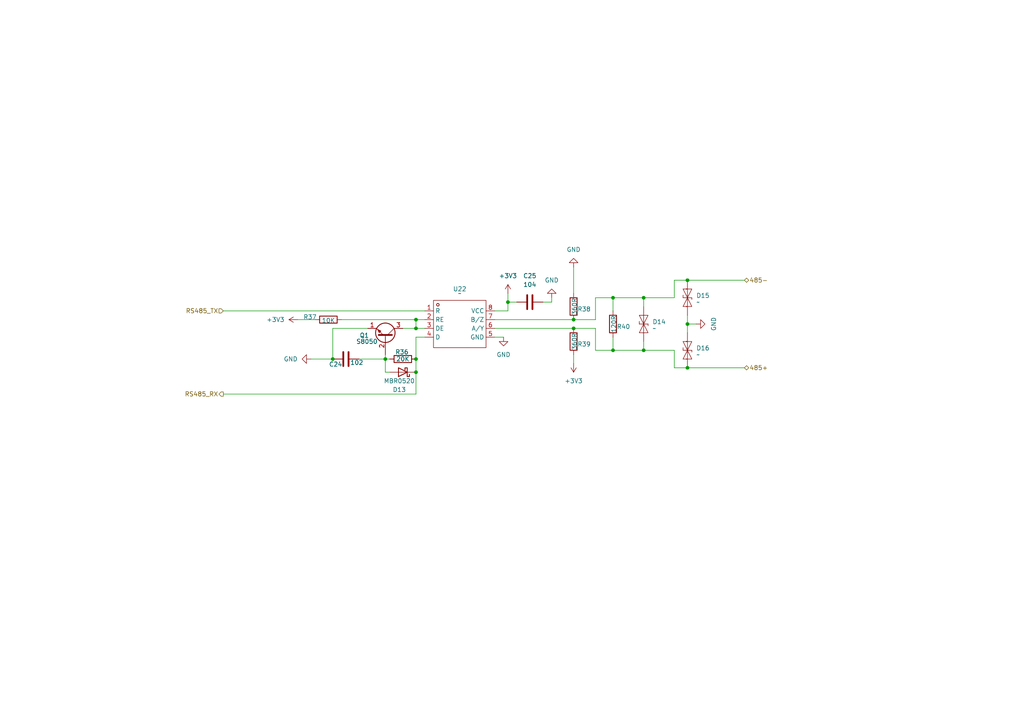
<source format=kicad_sch>
(kicad_sch
	(version 20231120)
	(generator "eeschema")
	(generator_version "8.0")
	(uuid "bf243531-7e92-44a9-b0ee-13d5c8efe3db")
	(paper "A4")
	(lib_symbols
		(symbol "Device:C"
			(pin_numbers hide)
			(pin_names
				(offset 0.254)
			)
			(exclude_from_sim no)
			(in_bom yes)
			(on_board yes)
			(property "Reference" "C"
				(at 0.635 2.54 0)
				(effects
					(font
						(size 1.27 1.27)
					)
					(justify left)
				)
			)
			(property "Value" "C"
				(at 0.635 -2.54 0)
				(effects
					(font
						(size 1.27 1.27)
					)
					(justify left)
				)
			)
			(property "Footprint" ""
				(at 0.9652 -3.81 0)
				(effects
					(font
						(size 1.27 1.27)
					)
					(hide yes)
				)
			)
			(property "Datasheet" "~"
				(at 0 0 0)
				(effects
					(font
						(size 1.27 1.27)
					)
					(hide yes)
				)
			)
			(property "Description" "Unpolarized capacitor"
				(at 0 0 0)
				(effects
					(font
						(size 1.27 1.27)
					)
					(hide yes)
				)
			)
			(property "ki_keywords" "cap capacitor"
				(at 0 0 0)
				(effects
					(font
						(size 1.27 1.27)
					)
					(hide yes)
				)
			)
			(property "ki_fp_filters" "C_*"
				(at 0 0 0)
				(effects
					(font
						(size 1.27 1.27)
					)
					(hide yes)
				)
			)
			(symbol "C_0_1"
				(polyline
					(pts
						(xy -2.032 -0.762) (xy 2.032 -0.762)
					)
					(stroke
						(width 0.508)
						(type default)
					)
					(fill
						(type none)
					)
				)
				(polyline
					(pts
						(xy -2.032 0.762) (xy 2.032 0.762)
					)
					(stroke
						(width 0.508)
						(type default)
					)
					(fill
						(type none)
					)
				)
			)
			(symbol "C_1_1"
				(pin passive line
					(at 0 3.81 270)
					(length 2.794)
					(name "~"
						(effects
							(font
								(size 1.27 1.27)
							)
						)
					)
					(number "1"
						(effects
							(font
								(size 1.27 1.27)
							)
						)
					)
				)
				(pin passive line
					(at 0 -3.81 90)
					(length 2.794)
					(name "~"
						(effects
							(font
								(size 1.27 1.27)
							)
						)
					)
					(number "2"
						(effects
							(font
								(size 1.27 1.27)
							)
						)
					)
				)
			)
		)
		(symbol "Device:R"
			(pin_numbers hide)
			(pin_names
				(offset 0)
			)
			(exclude_from_sim no)
			(in_bom yes)
			(on_board yes)
			(property "Reference" "R"
				(at 2.032 0 90)
				(effects
					(font
						(size 1.27 1.27)
					)
				)
			)
			(property "Value" "R"
				(at 0 0 90)
				(effects
					(font
						(size 1.27 1.27)
					)
				)
			)
			(property "Footprint" ""
				(at -1.778 0 90)
				(effects
					(font
						(size 1.27 1.27)
					)
					(hide yes)
				)
			)
			(property "Datasheet" "~"
				(at 0 0 0)
				(effects
					(font
						(size 1.27 1.27)
					)
					(hide yes)
				)
			)
			(property "Description" "Resistor"
				(at 0 0 0)
				(effects
					(font
						(size 1.27 1.27)
					)
					(hide yes)
				)
			)
			(property "ki_keywords" "R res resistor"
				(at 0 0 0)
				(effects
					(font
						(size 1.27 1.27)
					)
					(hide yes)
				)
			)
			(property "ki_fp_filters" "R_*"
				(at 0 0 0)
				(effects
					(font
						(size 1.27 1.27)
					)
					(hide yes)
				)
			)
			(symbol "R_0_1"
				(rectangle
					(start -1.016 -2.54)
					(end 1.016 2.54)
					(stroke
						(width 0.254)
						(type default)
					)
					(fill
						(type none)
					)
				)
			)
			(symbol "R_1_1"
				(pin passive line
					(at 0 3.81 270)
					(length 1.27)
					(name "~"
						(effects
							(font
								(size 1.27 1.27)
							)
						)
					)
					(number "1"
						(effects
							(font
								(size 1.27 1.27)
							)
						)
					)
				)
				(pin passive line
					(at 0 -3.81 90)
					(length 1.27)
					(name "~"
						(effects
							(font
								(size 1.27 1.27)
							)
						)
					)
					(number "2"
						(effects
							(font
								(size 1.27 1.27)
							)
						)
					)
				)
			)
		)
		(symbol "Diode:MBR0520"
			(pin_numbers hide)
			(pin_names
				(offset 1.016) hide)
			(exclude_from_sim no)
			(in_bom yes)
			(on_board yes)
			(property "Reference" "D"
				(at 0 2.54 0)
				(effects
					(font
						(size 1.27 1.27)
					)
				)
			)
			(property "Value" "MBR0520"
				(at 0 -2.54 0)
				(effects
					(font
						(size 1.27 1.27)
					)
				)
			)
			(property "Footprint" "Diode_SMD:D_SOD-123"
				(at 0 -4.445 0)
				(effects
					(font
						(size 1.27 1.27)
					)
					(hide yes)
				)
			)
			(property "Datasheet" "http://www.mccsemi.com/up_pdf/MBR0520~MBR0580(SOD123).pdf"
				(at 0 0 0)
				(effects
					(font
						(size 1.27 1.27)
					)
					(hide yes)
				)
			)
			(property "Description" "20V 0.5A Schottky Power Rectifier Diode, SOD-123"
				(at 0 0 0)
				(effects
					(font
						(size 1.27 1.27)
					)
					(hide yes)
				)
			)
			(property "ki_keywords" "diode Schottky"
				(at 0 0 0)
				(effects
					(font
						(size 1.27 1.27)
					)
					(hide yes)
				)
			)
			(property "ki_fp_filters" "D*SOD?123*"
				(at 0 0 0)
				(effects
					(font
						(size 1.27 1.27)
					)
					(hide yes)
				)
			)
			(symbol "MBR0520_0_1"
				(polyline
					(pts
						(xy 1.27 0) (xy -1.27 0)
					)
					(stroke
						(width 0)
						(type default)
					)
					(fill
						(type none)
					)
				)
				(polyline
					(pts
						(xy 1.27 1.27) (xy 1.27 -1.27) (xy -1.27 0) (xy 1.27 1.27)
					)
					(stroke
						(width 0.254)
						(type default)
					)
					(fill
						(type none)
					)
				)
				(polyline
					(pts
						(xy -1.905 0.635) (xy -1.905 1.27) (xy -1.27 1.27) (xy -1.27 -1.27) (xy -0.635 -1.27) (xy -0.635 -0.635)
					)
					(stroke
						(width 0.254)
						(type default)
					)
					(fill
						(type none)
					)
				)
			)
			(symbol "MBR0520_1_1"
				(pin passive line
					(at -3.81 0 0)
					(length 2.54)
					(name "K"
						(effects
							(font
								(size 1.27 1.27)
							)
						)
					)
					(number "1"
						(effects
							(font
								(size 1.27 1.27)
							)
						)
					)
				)
				(pin passive line
					(at 3.81 0 180)
					(length 2.54)
					(name "A"
						(effects
							(font
								(size 1.27 1.27)
							)
						)
					)
					(number "2"
						(effects
							(font
								(size 1.27 1.27)
							)
						)
					)
				)
			)
		)
		(symbol "MY_Library:SMBJ28CA_C356756"
			(exclude_from_sim no)
			(in_bom yes)
			(on_board yes)
			(property "Reference" "D?"
				(at 6.096 -2.54 0)
				(effects
					(font
						(size 1.27 1.27)
					)
				)
			)
			(property "Value" ""
				(at 0 0 0)
				(effects
					(font
						(size 1.27 1.27)
					)
				)
			)
			(property "Footprint" "MYLibrary:SMB_L4.6-W3.6-LS5.3-BI"
				(at 7.112 -4.572 0)
				(effects
					(font
						(size 1.27 1.27)
					)
					(hide yes)
				)
			)
			(property "Datasheet" ""
				(at 0 0 0)
				(effects
					(font
						(size 1.27 1.27)
					)
					(hide yes)
				)
			)
			(property "Description" ""
				(at 0 0 0)
				(effects
					(font
						(size 1.27 1.27)
					)
					(hide yes)
				)
			)
			(symbol "SMBJ28CA_C356756_1_0"
				(polyline
					(pts
						(xy -0.508 -1.27) (xy 0 -1.27)
					)
					(stroke
						(width 0)
						(type default)
					)
					(fill
						(type none)
					)
				)
				(polyline
					(pts
						(xy 0 -1.27) (xy 0 0)
					)
					(stroke
						(width 0)
						(type default)
					)
					(fill
						(type none)
					)
				)
				(polyline
					(pts
						(xy 0 0) (xy 0 1.27)
					)
					(stroke
						(width 0)
						(type default)
					)
					(fill
						(type none)
					)
				)
				(polyline
					(pts
						(xy 0 1.27) (xy 0.762 1.27)
					)
					(stroke
						(width 0)
						(type default)
					)
					(fill
						(type none)
					)
				)
				(polyline
					(pts
						(xy -2.54 1.27) (xy 0 0) (xy 0 0) (xy -2.54 -1.27) (xy -2.54 -1.27) (xy -2.54 1.27)
					)
					(stroke
						(width 0)
						(type default)
					)
					(fill
						(type none)
					)
				)
				(polyline
					(pts
						(xy 2.54 1.27) (xy 0 0) (xy 0 0) (xy 2.54 -1.27) (xy 2.54 -1.27) (xy 2.54 1.27)
					)
					(stroke
						(width 0)
						(type default)
					)
					(fill
						(type none)
					)
				)
				(pin unspecified line
					(at -5.08 0 0)
					(length 5.08)
					(name "K"
						(effects
							(font
								(size 0.0254 0.0254)
							)
						)
					)
					(number "1"
						(effects
							(font
								(size 0.0254 0.0254)
							)
						)
					)
				)
				(pin unspecified line
					(at 5.08 0 180)
					(length 5.08)
					(name "A"
						(effects
							(font
								(size 0.0254 0.0254)
							)
						)
					)
					(number "2"
						(effects
							(font
								(size 0.0254 0.0254)
							)
						)
					)
				)
			)
		)
		(symbol "MY_Library:TP8485E-SR"
			(exclude_from_sim no)
			(in_bom yes)
			(on_board yes)
			(property "Reference" "U?"
				(at 9.906 -7.874 0)
				(effects
					(font
						(size 1.27 1.27)
					)
				)
			)
			(property "Value" ""
				(at 0 0 0)
				(effects
					(font
						(size 1.27 1.27)
					)
				)
			)
			(property "Footprint" "MYLibrary:SOIC-8_L5.0-W4.0-P1.27-LS6.0-BL"
				(at -2.286 -10.668 0)
				(effects
					(font
						(size 1.27 1.27)
					)
					(hide yes)
				)
			)
			(property "Datasheet" ""
				(at 0 0 0)
				(effects
					(font
						(size 1.27 1.27)
					)
					(hide yes)
				)
			)
			(property "Description" ""
				(at 0 0 0)
				(effects
					(font
						(size 1.27 1.27)
					)
					(hide yes)
				)
			)
			(symbol "TP8485E-SR_1_0"
				(rectangle
					(start -7.62 -6.858)
					(end 7.62 6.858)
					(stroke
						(width 0)
						(type default)
					)
					(fill
						(type none)
					)
				)
				(circle
					(center -6.35 5.588)
					(radius 0.381)
					(stroke
						(width 0)
						(type default)
					)
					(fill
						(type none)
					)
				)
				(circle
					(center -6.35 5.588)
					(radius 0.381)
					(stroke
						(width 0)
						(type default)
					)
					(fill
						(type none)
					)
				)
				(pin unspecified line
					(at -10.16 3.81 0)
					(length 2.54)
					(name "R"
						(effects
							(font
								(size 1.27 1.27)
							)
						)
					)
					(number "1"
						(effects
							(font
								(size 1.27 1.27)
							)
						)
					)
				)
				(pin unspecified line
					(at -10.16 1.27 0)
					(length 2.54)
					(name "RE"
						(effects
							(font
								(size 1.27 1.27)
							)
						)
					)
					(number "2"
						(effects
							(font
								(size 1.27 1.27)
							)
						)
					)
				)
				(pin unspecified line
					(at -10.16 -1.27 0)
					(length 2.54)
					(name "DE"
						(effects
							(font
								(size 1.27 1.27)
							)
						)
					)
					(number "3"
						(effects
							(font
								(size 1.27 1.27)
							)
						)
					)
				)
				(pin unspecified line
					(at -10.16 -3.81 0)
					(length 2.54)
					(name "D"
						(effects
							(font
								(size 1.27 1.27)
							)
						)
					)
					(number "4"
						(effects
							(font
								(size 1.27 1.27)
							)
						)
					)
				)
				(pin unspecified line
					(at 10.16 -3.81 180)
					(length 2.54)
					(name "GND"
						(effects
							(font
								(size 1.27 1.27)
							)
						)
					)
					(number "5"
						(effects
							(font
								(size 1.27 1.27)
							)
						)
					)
				)
				(pin unspecified line
					(at 10.16 -1.27 180)
					(length 2.54)
					(name "A/Y"
						(effects
							(font
								(size 1.27 1.27)
							)
						)
					)
					(number "6"
						(effects
							(font
								(size 1.27 1.27)
							)
						)
					)
				)
				(pin unspecified line
					(at 10.16 1.27 180)
					(length 2.54)
					(name "B/Z"
						(effects
							(font
								(size 1.27 1.27)
							)
						)
					)
					(number "7"
						(effects
							(font
								(size 1.27 1.27)
							)
						)
					)
				)
				(pin unspecified line
					(at 10.16 3.81 180)
					(length 2.54)
					(name "VCC"
						(effects
							(font
								(size 1.27 1.27)
							)
						)
					)
					(number "8"
						(effects
							(font
								(size 1.27 1.27)
							)
						)
					)
				)
			)
		)
		(symbol "Transistor_BJT:S8050"
			(pin_names
				(offset 0) hide)
			(exclude_from_sim no)
			(in_bom yes)
			(on_board yes)
			(property "Reference" "Q"
				(at 5.08 1.905 0)
				(effects
					(font
						(size 1.27 1.27)
					)
					(justify left)
				)
			)
			(property "Value" "S8050"
				(at 5.08 0 0)
				(effects
					(font
						(size 1.27 1.27)
					)
					(justify left)
				)
			)
			(property "Footprint" "Package_TO_SOT_THT:TO-92_Inline"
				(at 5.08 -1.905 0)
				(effects
					(font
						(size 1.27 1.27)
						(italic yes)
					)
					(justify left)
					(hide yes)
				)
			)
			(property "Datasheet" "http://www.unisonic.com.tw/datasheet/S8050.pdf"
				(at 0 0 0)
				(effects
					(font
						(size 1.27 1.27)
					)
					(justify left)
					(hide yes)
				)
			)
			(property "Description" "0.7A Ic, 20V Vce, Low Voltage High Current NPN Transistor, TO-92"
				(at 0 0 0)
				(effects
					(font
						(size 1.27 1.27)
					)
					(hide yes)
				)
			)
			(property "ki_keywords" "S8050 NPN Low Voltage High Current Transistor"
				(at 0 0 0)
				(effects
					(font
						(size 1.27 1.27)
					)
					(hide yes)
				)
			)
			(property "ki_fp_filters" "TO?92*"
				(at 0 0 0)
				(effects
					(font
						(size 1.27 1.27)
					)
					(hide yes)
				)
			)
			(symbol "S8050_0_1"
				(polyline
					(pts
						(xy 0 0) (xy 0.635 0)
					)
					(stroke
						(width 0)
						(type default)
					)
					(fill
						(type none)
					)
				)
				(polyline
					(pts
						(xy 0.635 0.635) (xy 2.54 2.54)
					)
					(stroke
						(width 0)
						(type default)
					)
					(fill
						(type none)
					)
				)
				(polyline
					(pts
						(xy 0.635 -0.635) (xy 2.54 -2.54) (xy 2.54 -2.54)
					)
					(stroke
						(width 0)
						(type default)
					)
					(fill
						(type none)
					)
				)
				(polyline
					(pts
						(xy 0.635 1.905) (xy 0.635 -1.905) (xy 0.635 -1.905)
					)
					(stroke
						(width 0.508)
						(type default)
					)
					(fill
						(type none)
					)
				)
				(polyline
					(pts
						(xy 1.27 -1.778) (xy 1.778 -1.27) (xy 2.286 -2.286) (xy 1.27 -1.778) (xy 1.27 -1.778)
					)
					(stroke
						(width 0)
						(type default)
					)
					(fill
						(type outline)
					)
				)
				(circle
					(center 1.27 0)
					(radius 2.8194)
					(stroke
						(width 0.254)
						(type default)
					)
					(fill
						(type none)
					)
				)
			)
			(symbol "S8050_1_1"
				(pin passive line
					(at 2.54 -5.08 90)
					(length 2.54)
					(name "E"
						(effects
							(font
								(size 1.27 1.27)
							)
						)
					)
					(number "1"
						(effects
							(font
								(size 1.27 1.27)
							)
						)
					)
				)
				(pin input line
					(at -5.08 0 0)
					(length 5.08)
					(name "B"
						(effects
							(font
								(size 1.27 1.27)
							)
						)
					)
					(number "2"
						(effects
							(font
								(size 1.27 1.27)
							)
						)
					)
				)
				(pin passive line
					(at 2.54 5.08 270)
					(length 2.54)
					(name "C"
						(effects
							(font
								(size 1.27 1.27)
							)
						)
					)
					(number "3"
						(effects
							(font
								(size 1.27 1.27)
							)
						)
					)
				)
			)
		)
		(symbol "power:+3V3"
			(power)
			(pin_names
				(offset 0)
			)
			(exclude_from_sim no)
			(in_bom yes)
			(on_board yes)
			(property "Reference" "#PWR"
				(at 0 -3.81 0)
				(effects
					(font
						(size 1.27 1.27)
					)
					(hide yes)
				)
			)
			(property "Value" "+3V3"
				(at 0 3.556 0)
				(effects
					(font
						(size 1.27 1.27)
					)
				)
			)
			(property "Footprint" ""
				(at 0 0 0)
				(effects
					(font
						(size 1.27 1.27)
					)
					(hide yes)
				)
			)
			(property "Datasheet" ""
				(at 0 0 0)
				(effects
					(font
						(size 1.27 1.27)
					)
					(hide yes)
				)
			)
			(property "Description" "Power symbol creates a global label with name \"+3V3\""
				(at 0 0 0)
				(effects
					(font
						(size 1.27 1.27)
					)
					(hide yes)
				)
			)
			(property "ki_keywords" "global power"
				(at 0 0 0)
				(effects
					(font
						(size 1.27 1.27)
					)
					(hide yes)
				)
			)
			(symbol "+3V3_0_1"
				(polyline
					(pts
						(xy -0.762 1.27) (xy 0 2.54)
					)
					(stroke
						(width 0)
						(type default)
					)
					(fill
						(type none)
					)
				)
				(polyline
					(pts
						(xy 0 0) (xy 0 2.54)
					)
					(stroke
						(width 0)
						(type default)
					)
					(fill
						(type none)
					)
				)
				(polyline
					(pts
						(xy 0 2.54) (xy 0.762 1.27)
					)
					(stroke
						(width 0)
						(type default)
					)
					(fill
						(type none)
					)
				)
			)
			(symbol "+3V3_1_1"
				(pin power_in line
					(at 0 0 90)
					(length 0) hide
					(name "+3V3"
						(effects
							(font
								(size 1.27 1.27)
							)
						)
					)
					(number "1"
						(effects
							(font
								(size 1.27 1.27)
							)
						)
					)
				)
			)
		)
		(symbol "power:GND"
			(power)
			(pin_names
				(offset 0)
			)
			(exclude_from_sim no)
			(in_bom yes)
			(on_board yes)
			(property "Reference" "#PWR"
				(at 0 -6.35 0)
				(effects
					(font
						(size 1.27 1.27)
					)
					(hide yes)
				)
			)
			(property "Value" "GND"
				(at 0 -3.81 0)
				(effects
					(font
						(size 1.27 1.27)
					)
				)
			)
			(property "Footprint" ""
				(at 0 0 0)
				(effects
					(font
						(size 1.27 1.27)
					)
					(hide yes)
				)
			)
			(property "Datasheet" ""
				(at 0 0 0)
				(effects
					(font
						(size 1.27 1.27)
					)
					(hide yes)
				)
			)
			(property "Description" "Power symbol creates a global label with name \"GND\" , ground"
				(at 0 0 0)
				(effects
					(font
						(size 1.27 1.27)
					)
					(hide yes)
				)
			)
			(property "ki_keywords" "global power"
				(at 0 0 0)
				(effects
					(font
						(size 1.27 1.27)
					)
					(hide yes)
				)
			)
			(symbol "GND_0_1"
				(polyline
					(pts
						(xy 0 0) (xy 0 -1.27) (xy 1.27 -1.27) (xy 0 -2.54) (xy -1.27 -1.27) (xy 0 -1.27)
					)
					(stroke
						(width 0)
						(type default)
					)
					(fill
						(type none)
					)
				)
			)
			(symbol "GND_1_1"
				(pin power_in line
					(at 0 0 270)
					(length 0) hide
					(name "GND"
						(effects
							(font
								(size 1.27 1.27)
							)
						)
					)
					(number "1"
						(effects
							(font
								(size 1.27 1.27)
							)
						)
					)
				)
			)
		)
	)
	(junction
		(at 177.8 101.6)
		(diameter 0)
		(color 0 0 0 0)
		(uuid "08f1f977-65bc-45f2-8448-fa4294217291")
	)
	(junction
		(at 199.39 93.98)
		(diameter 0)
		(color 0 0 0 0)
		(uuid "15c12757-f348-4591-854d-b91503962846")
	)
	(junction
		(at 120.65 95.25)
		(diameter 0)
		(color 0 0 0 0)
		(uuid "1a28f456-f0b9-43fd-8873-0860527ec0e3")
	)
	(junction
		(at 166.37 92.71)
		(diameter 0)
		(color 0 0 0 0)
		(uuid "3701e086-c1e3-4fe1-a469-32d013bc34cd")
	)
	(junction
		(at 120.65 107.95)
		(diameter 0)
		(color 0 0 0 0)
		(uuid "3d95a686-e67c-4e50-8a9b-51537bd0498d")
	)
	(junction
		(at 186.69 86.36)
		(diameter 0)
		(color 0 0 0 0)
		(uuid "517a6128-7913-4643-adfc-82928395d598")
	)
	(junction
		(at 199.39 106.68)
		(diameter 0)
		(color 0 0 0 0)
		(uuid "7130d6f0-b4c3-40e9-be8b-c2d1251ca32c")
	)
	(junction
		(at 186.69 101.6)
		(diameter 0)
		(color 0 0 0 0)
		(uuid "75e948fe-2758-4cf4-a7f4-f618490ad253")
	)
	(junction
		(at 111.76 104.14)
		(diameter 0)
		(color 0 0 0 0)
		(uuid "9e4825b2-3b71-4104-9600-110a15877f0d")
	)
	(junction
		(at 120.65 92.71)
		(diameter 0)
		(color 0 0 0 0)
		(uuid "afcef540-8fd5-46ab-987a-48e1de544e7a")
	)
	(junction
		(at 120.65 104.14)
		(diameter 0)
		(color 0 0 0 0)
		(uuid "b3fadcc6-2391-41d9-bc6b-e64495074bcd")
	)
	(junction
		(at 177.8 86.36)
		(diameter 0)
		(color 0 0 0 0)
		(uuid "d77873a9-36ba-475c-9fbc-f45e714cb784")
	)
	(junction
		(at 199.39 81.28)
		(diameter 0)
		(color 0 0 0 0)
		(uuid "df150650-cd28-4f9c-a00d-d082478da0f9")
	)
	(junction
		(at 147.32 87.63)
		(diameter 0)
		(color 0 0 0 0)
		(uuid "f32b648a-ec97-4ab7-a3ff-ae21fac9e0c3")
	)
	(junction
		(at 166.37 95.25)
		(diameter 0)
		(color 0 0 0 0)
		(uuid "f629d4e2-d64d-463f-88bc-c08a997b92bb")
	)
	(junction
		(at 96.52 104.14)
		(diameter 0)
		(color 0 0 0 0)
		(uuid "f8302f3d-abbb-4da5-9b9b-fc8a5714ea88")
	)
	(wire
		(pts
			(xy 199.39 91.44) (xy 199.39 93.98)
		)
		(stroke
			(width 0)
			(type default)
		)
		(uuid "05a0d63d-813a-418c-862d-824a02969cc6")
	)
	(wire
		(pts
			(xy 120.65 97.79) (xy 123.19 97.79)
		)
		(stroke
			(width 0)
			(type default)
		)
		(uuid "0ab38504-a2c4-44cc-a03a-0b31d26c59fb")
	)
	(wire
		(pts
			(xy 177.8 101.6) (xy 186.69 101.6)
		)
		(stroke
			(width 0)
			(type default)
		)
		(uuid "0e4195c9-b2b1-44c0-acbf-5fe61b6dd1d1")
	)
	(wire
		(pts
			(xy 199.39 93.98) (xy 199.39 96.52)
		)
		(stroke
			(width 0)
			(type default)
		)
		(uuid "0e682b1f-8c0f-47d8-aec1-71b50a97ff26")
	)
	(wire
		(pts
			(xy 166.37 95.25) (xy 172.72 95.25)
		)
		(stroke
			(width 0)
			(type default)
		)
		(uuid "1769b6ea-abec-475c-bd70-c3e7c2e8e185")
	)
	(wire
		(pts
			(xy 195.58 81.28) (xy 199.39 81.28)
		)
		(stroke
			(width 0)
			(type default)
		)
		(uuid "1f681b21-dcc6-46b2-a169-147fbe80918b")
	)
	(wire
		(pts
			(xy 120.65 104.14) (xy 120.65 97.79)
		)
		(stroke
			(width 0)
			(type default)
		)
		(uuid "265e3203-b2d0-43cb-ae68-306a14dc37cb")
	)
	(wire
		(pts
			(xy 143.51 97.79) (xy 146.05 97.79)
		)
		(stroke
			(width 0)
			(type default)
		)
		(uuid "26941a85-164f-461f-9182-b060f9bb2081")
	)
	(wire
		(pts
			(xy 195.58 101.6) (xy 195.58 106.68)
		)
		(stroke
			(width 0)
			(type default)
		)
		(uuid "2a486da3-fc87-42a5-97b0-8204e04c4e22")
	)
	(wire
		(pts
			(xy 186.69 86.36) (xy 195.58 86.36)
		)
		(stroke
			(width 0)
			(type default)
		)
		(uuid "2b0afb87-c76c-40d3-a5f6-3dbd5b2a7375")
	)
	(wire
		(pts
			(xy 160.02 87.63) (xy 160.02 86.36)
		)
		(stroke
			(width 0)
			(type default)
		)
		(uuid "2ccbbdd0-c27e-4075-9afa-bb8572d06bfa")
	)
	(wire
		(pts
			(xy 120.65 104.14) (xy 120.65 107.95)
		)
		(stroke
			(width 0)
			(type default)
		)
		(uuid "2df09dfc-ab30-4271-8831-57ca22a72781")
	)
	(wire
		(pts
			(xy 186.69 86.36) (xy 186.69 88.9)
		)
		(stroke
			(width 0)
			(type default)
		)
		(uuid "341a83f7-0ee0-4c44-85fc-b2c92ae2b028")
	)
	(wire
		(pts
			(xy 111.76 107.95) (xy 111.76 104.14)
		)
		(stroke
			(width 0)
			(type default)
		)
		(uuid "37c80722-f5c7-4421-a09c-02bfa9208d55")
	)
	(wire
		(pts
			(xy 96.52 104.14) (xy 96.52 95.25)
		)
		(stroke
			(width 0)
			(type default)
		)
		(uuid "39d6c8e1-665b-4a72-b7c3-83a545bfa823")
	)
	(wire
		(pts
			(xy 96.52 95.25) (xy 106.68 95.25)
		)
		(stroke
			(width 0)
			(type default)
		)
		(uuid "3b99163e-4e2f-492c-9114-3db60abf1870")
	)
	(wire
		(pts
			(xy 104.14 104.14) (xy 111.76 104.14)
		)
		(stroke
			(width 0)
			(type default)
		)
		(uuid "3dd5eba8-522d-4f0d-893c-844127adec0a")
	)
	(wire
		(pts
			(xy 120.65 107.95) (xy 120.65 114.3)
		)
		(stroke
			(width 0)
			(type default)
		)
		(uuid "3f2f84f3-904b-4b61-bf79-d78cfd2b92e4")
	)
	(wire
		(pts
			(xy 195.58 106.68) (xy 199.39 106.68)
		)
		(stroke
			(width 0)
			(type default)
		)
		(uuid "49ec8a6a-66c7-4c83-a166-541141ac9083")
	)
	(wire
		(pts
			(xy 186.69 99.06) (xy 186.69 101.6)
		)
		(stroke
			(width 0)
			(type default)
		)
		(uuid "4a576092-e7fc-4e24-b464-d281f27858b3")
	)
	(wire
		(pts
			(xy 120.65 95.25) (xy 123.19 95.25)
		)
		(stroke
			(width 0)
			(type default)
		)
		(uuid "57a0350a-a44a-4987-83d6-664f4a637faf")
	)
	(wire
		(pts
			(xy 172.72 92.71) (xy 172.72 86.36)
		)
		(stroke
			(width 0)
			(type default)
		)
		(uuid "5a1bb3e2-6666-41af-aad1-2e7f4daf15fd")
	)
	(wire
		(pts
			(xy 120.65 92.71) (xy 120.65 95.25)
		)
		(stroke
			(width 0)
			(type default)
		)
		(uuid "5ea29dd3-7665-4125-bc78-c9cae87b2bff")
	)
	(wire
		(pts
			(xy 111.76 104.14) (xy 113.03 104.14)
		)
		(stroke
			(width 0)
			(type default)
		)
		(uuid "5f9d66e3-8653-4425-a5a4-328c092e32d5")
	)
	(wire
		(pts
			(xy 186.69 101.6) (xy 195.58 101.6)
		)
		(stroke
			(width 0)
			(type default)
		)
		(uuid "6645a731-4ca4-46c4-809b-f558269c8fcc")
	)
	(wire
		(pts
			(xy 199.39 106.68) (xy 215.9 106.68)
		)
		(stroke
			(width 0)
			(type default)
		)
		(uuid "70350e60-f965-488d-8b97-06ba87e90c9c")
	)
	(wire
		(pts
			(xy 157.48 87.63) (xy 160.02 87.63)
		)
		(stroke
			(width 0)
			(type default)
		)
		(uuid "7d9a6449-13c9-4bfd-ac72-a18c3d95aefc")
	)
	(wire
		(pts
			(xy 177.8 97.79) (xy 177.8 101.6)
		)
		(stroke
			(width 0)
			(type default)
		)
		(uuid "7e122ffb-707c-4c39-8a3c-66ce1eea71e8")
	)
	(wire
		(pts
			(xy 113.03 107.95) (xy 111.76 107.95)
		)
		(stroke
			(width 0)
			(type default)
		)
		(uuid "7f0c8cb5-4161-4293-a81f-1a64bbd35427")
	)
	(wire
		(pts
			(xy 143.51 90.17) (xy 147.32 90.17)
		)
		(stroke
			(width 0)
			(type default)
		)
		(uuid "7f3f7c87-2298-47d5-9137-07600a115802")
	)
	(wire
		(pts
			(xy 177.8 86.36) (xy 186.69 86.36)
		)
		(stroke
			(width 0)
			(type default)
		)
		(uuid "83989a73-dbc7-4343-8ea5-5d588ad7ec63")
	)
	(wire
		(pts
			(xy 116.84 95.25) (xy 120.65 95.25)
		)
		(stroke
			(width 0)
			(type default)
		)
		(uuid "892d1516-c7ee-49c4-ba17-bc990128f01e")
	)
	(wire
		(pts
			(xy 166.37 102.87) (xy 166.37 105.41)
		)
		(stroke
			(width 0)
			(type default)
		)
		(uuid "8936bbb0-9e53-4158-8e2d-d3b613cb78f4")
	)
	(wire
		(pts
			(xy 99.06 92.71) (xy 120.65 92.71)
		)
		(stroke
			(width 0)
			(type default)
		)
		(uuid "8f8397a4-f15a-4ba7-8934-0af5b5da9a0d")
	)
	(wire
		(pts
			(xy 166.37 77.47) (xy 166.37 85.09)
		)
		(stroke
			(width 0)
			(type default)
		)
		(uuid "943df33a-a40c-46c1-995c-65aa0ea420a6")
	)
	(wire
		(pts
			(xy 143.51 92.71) (xy 166.37 92.71)
		)
		(stroke
			(width 0)
			(type default)
		)
		(uuid "a1d37cec-34c7-4da5-9ae2-15f9eb4e2045")
	)
	(wire
		(pts
			(xy 177.8 86.36) (xy 177.8 90.17)
		)
		(stroke
			(width 0)
			(type default)
		)
		(uuid "a2909cc7-e5d2-474d-b421-302eeabaa4c1")
	)
	(wire
		(pts
			(xy 166.37 92.71) (xy 172.72 92.71)
		)
		(stroke
			(width 0)
			(type default)
		)
		(uuid "a57ebdae-f723-419d-af95-8e90d42b04ee")
	)
	(wire
		(pts
			(xy 64.77 90.17) (xy 123.19 90.17)
		)
		(stroke
			(width 0)
			(type default)
		)
		(uuid "a7aee0b7-0514-4fce-9f74-79804297bfe9")
	)
	(wire
		(pts
			(xy 143.51 95.25) (xy 166.37 95.25)
		)
		(stroke
			(width 0)
			(type default)
		)
		(uuid "b1de0d86-a198-407b-8629-eed07b574fa4")
	)
	(wire
		(pts
			(xy 111.76 104.14) (xy 111.76 102.87)
		)
		(stroke
			(width 0)
			(type default)
		)
		(uuid "b6f980d2-59a1-4dd9-a53f-30d3cf4db374")
	)
	(wire
		(pts
			(xy 195.58 86.36) (xy 195.58 81.28)
		)
		(stroke
			(width 0)
			(type default)
		)
		(uuid "ba73d025-9e49-4a19-9d33-751798324255")
	)
	(wire
		(pts
			(xy 147.32 85.09) (xy 147.32 87.63)
		)
		(stroke
			(width 0)
			(type default)
		)
		(uuid "bffe78f9-19b9-4724-8ef2-ab5e9cfb59ed")
	)
	(wire
		(pts
			(xy 201.93 93.98) (xy 199.39 93.98)
		)
		(stroke
			(width 0)
			(type default)
		)
		(uuid "caaa4f8c-513e-4b1a-9f38-02efca937743")
	)
	(wire
		(pts
			(xy 172.72 86.36) (xy 177.8 86.36)
		)
		(stroke
			(width 0)
			(type default)
		)
		(uuid "d4353a03-123b-4a86-b883-88c5f7952408")
	)
	(wire
		(pts
			(xy 172.72 95.25) (xy 172.72 101.6)
		)
		(stroke
			(width 0)
			(type default)
		)
		(uuid "d5eaea84-9a21-4a5a-a8e5-3f7010e36912")
	)
	(wire
		(pts
			(xy 86.36 92.71) (xy 91.44 92.71)
		)
		(stroke
			(width 0)
			(type default)
		)
		(uuid "d6e670fe-2c22-45d6-b2ff-f1b70d275746")
	)
	(wire
		(pts
			(xy 147.32 87.63) (xy 147.32 90.17)
		)
		(stroke
			(width 0)
			(type default)
		)
		(uuid "ddca8c7b-6303-4727-9e1f-a384f2c48565")
	)
	(wire
		(pts
			(xy 90.17 104.14) (xy 96.52 104.14)
		)
		(stroke
			(width 0)
			(type default)
		)
		(uuid "e1f88d65-54cd-4f5e-8b5b-f3cf173c4e31")
	)
	(wire
		(pts
			(xy 64.77 114.3) (xy 120.65 114.3)
		)
		(stroke
			(width 0)
			(type default)
		)
		(uuid "e36ca5d1-dbe8-4ca0-9c1f-3737e2cc91f8")
	)
	(wire
		(pts
			(xy 172.72 101.6) (xy 177.8 101.6)
		)
		(stroke
			(width 0)
			(type default)
		)
		(uuid "fa60474e-4ae6-46da-bf4b-50230a2cc343")
	)
	(wire
		(pts
			(xy 147.32 87.63) (xy 149.86 87.63)
		)
		(stroke
			(width 0)
			(type default)
		)
		(uuid "fadc0aea-f8ce-4e4f-b825-0e6ccc1a8ee9")
	)
	(wire
		(pts
			(xy 123.19 92.71) (xy 120.65 92.71)
		)
		(stroke
			(width 0)
			(type default)
		)
		(uuid "fc866e5c-b6f1-4cb0-82f1-dadd53dc2a24")
	)
	(wire
		(pts
			(xy 199.39 81.28) (xy 215.9 81.28)
		)
		(stroke
			(width 0)
			(type default)
		)
		(uuid "fcd0324e-1e17-4b76-9a9c-ddc7272e81b8")
	)
	(hierarchical_label "RS485_TX"
		(shape input)
		(at 64.77 90.17 180)
		(fields_autoplaced yes)
		(effects
			(font
				(size 1.27 1.27)
			)
			(justify right)
		)
		(uuid "03bf2931-e167-4272-b519-a1f277824275")
	)
	(hierarchical_label "485-"
		(shape bidirectional)
		(at 215.9 81.28 0)
		(fields_autoplaced yes)
		(effects
			(font
				(size 1.27 1.27)
			)
			(justify left)
		)
		(uuid "08c43ee2-c9f0-4722-aac8-4ca0afa0fab7")
	)
	(hierarchical_label "485+"
		(shape bidirectional)
		(at 215.9 106.68 0)
		(fields_autoplaced yes)
		(effects
			(font
				(size 1.27 1.27)
			)
			(justify left)
		)
		(uuid "a5fa0c35-06ce-4581-8645-ddab189e94a1")
	)
	(hierarchical_label "RS485_RX"
		(shape output)
		(at 64.77 114.3 180)
		(fields_autoplaced yes)
		(effects
			(font
				(size 1.27 1.27)
			)
			(justify right)
		)
		(uuid "c1db36a2-0081-4464-bd23-935992c5541a")
	)
	(symbol
		(lib_id "Device:R")
		(at 95.25 92.71 90)
		(unit 1)
		(exclude_from_sim no)
		(in_bom yes)
		(on_board yes)
		(dnp no)
		(uuid "0665ac68-eb60-437e-8b8a-ba9a545e3288")
		(property "Reference" "R37"
			(at 89.916 91.948 90)
			(effects
				(font
					(size 1.27 1.27)
				)
			)
		)
		(property "Value" "10K"
			(at 95.25 92.964 90)
			(effects
				(font
					(size 1.27 1.27)
				)
			)
		)
		(property "Footprint" "Resistor_SMD:R_0603_1608Metric"
			(at 95.25 94.488 90)
			(effects
				(font
					(size 1.27 1.27)
				)
				(hide yes)
			)
		)
		(property "Datasheet" "~"
			(at 95.25 92.71 0)
			(effects
				(font
					(size 1.27 1.27)
				)
				(hide yes)
			)
		)
		(property "Description" ""
			(at 95.25 92.71 0)
			(effects
				(font
					(size 1.27 1.27)
				)
				(hide yes)
			)
		)
		(pin "2"
			(uuid "47fbc4d1-7922-43b0-b274-934b420c776d")
		)
		(pin "1"
			(uuid "4aa7809b-6f6b-4acb-8e51-74442ca22fdb")
		)
		(instances
			(project "运动控制卡"
				(path "/44f95aaa-b8fb-4878-90c0-6b2790b3f62f/db0f75c7-6c1c-46b8-aee8-89202badd026"
					(reference "R37")
					(unit 1)
				)
			)
		)
	)
	(symbol
		(lib_id "power:+3V3")
		(at 166.37 105.41 180)
		(unit 1)
		(exclude_from_sim no)
		(in_bom yes)
		(on_board yes)
		(dnp no)
		(fields_autoplaced yes)
		(uuid "10950122-5429-41c0-9216-699ad294598c")
		(property "Reference" "#PWR054"
			(at 166.37 101.6 0)
			(effects
				(font
					(size 1.27 1.27)
				)
				(hide yes)
			)
		)
		(property "Value" "+3V3"
			(at 166.37 110.49 0)
			(effects
				(font
					(size 1.27 1.27)
				)
			)
		)
		(property "Footprint" ""
			(at 166.37 105.41 0)
			(effects
				(font
					(size 1.27 1.27)
				)
				(hide yes)
			)
		)
		(property "Datasheet" ""
			(at 166.37 105.41 0)
			(effects
				(font
					(size 1.27 1.27)
				)
				(hide yes)
			)
		)
		(property "Description" ""
			(at 166.37 105.41 0)
			(effects
				(font
					(size 1.27 1.27)
				)
				(hide yes)
			)
		)
		(pin "1"
			(uuid "c8883614-e87c-483f-86df-84bf7b4ef2c6")
		)
		(instances
			(project "运动控制卡"
				(path "/44f95aaa-b8fb-4878-90c0-6b2790b3f62f/db0f75c7-6c1c-46b8-aee8-89202badd026"
					(reference "#PWR054")
					(unit 1)
				)
			)
		)
	)
	(symbol
		(lib_id "power:GND")
		(at 90.17 104.14 270)
		(unit 1)
		(exclude_from_sim no)
		(in_bom yes)
		(on_board yes)
		(dnp no)
		(fields_autoplaced yes)
		(uuid "11d58d98-5273-4977-88eb-bae12e5bcf35")
		(property "Reference" "#PWR052"
			(at 83.82 104.14 0)
			(effects
				(font
					(size 1.27 1.27)
				)
				(hide yes)
			)
		)
		(property "Value" "GND"
			(at 86.36 104.1399 90)
			(effects
				(font
					(size 1.27 1.27)
				)
				(justify right)
			)
		)
		(property "Footprint" ""
			(at 90.17 104.14 0)
			(effects
				(font
					(size 1.27 1.27)
				)
				(hide yes)
			)
		)
		(property "Datasheet" ""
			(at 90.17 104.14 0)
			(effects
				(font
					(size 1.27 1.27)
				)
				(hide yes)
			)
		)
		(property "Description" ""
			(at 90.17 104.14 0)
			(effects
				(font
					(size 1.27 1.27)
				)
				(hide yes)
			)
		)
		(pin "1"
			(uuid "78b44506-51d6-4d87-a006-439fa22ea72d")
		)
		(instances
			(project "运动控制卡"
				(path "/44f95aaa-b8fb-4878-90c0-6b2790b3f62f/db0f75c7-6c1c-46b8-aee8-89202badd026"
					(reference "#PWR052")
					(unit 1)
				)
			)
		)
	)
	(symbol
		(lib_id "power:GND")
		(at 166.37 77.47 180)
		(unit 1)
		(exclude_from_sim no)
		(in_bom yes)
		(on_board yes)
		(dnp no)
		(fields_autoplaced yes)
		(uuid "12e6ce72-7474-471b-b21d-61ca74742e5c")
		(property "Reference" "#PWR053"
			(at 166.37 71.12 0)
			(effects
				(font
					(size 1.27 1.27)
				)
				(hide yes)
			)
		)
		(property "Value" "GND"
			(at 166.37 72.39 0)
			(effects
				(font
					(size 1.27 1.27)
				)
			)
		)
		(property "Footprint" ""
			(at 166.37 77.47 0)
			(effects
				(font
					(size 1.27 1.27)
				)
				(hide yes)
			)
		)
		(property "Datasheet" ""
			(at 166.37 77.47 0)
			(effects
				(font
					(size 1.27 1.27)
				)
				(hide yes)
			)
		)
		(property "Description" ""
			(at 166.37 77.47 0)
			(effects
				(font
					(size 1.27 1.27)
				)
				(hide yes)
			)
		)
		(pin "1"
			(uuid "d4e9a4da-bada-40a5-b41d-cf55e9a93558")
		)
		(instances
			(project "运动控制卡"
				(path "/44f95aaa-b8fb-4878-90c0-6b2790b3f62f/db0f75c7-6c1c-46b8-aee8-89202badd026"
					(reference "#PWR053")
					(unit 1)
				)
			)
		)
	)
	(symbol
		(lib_id "Device:R")
		(at 166.37 99.06 180)
		(unit 1)
		(exclude_from_sim no)
		(in_bom yes)
		(on_board yes)
		(dnp no)
		(uuid "3a4bb960-9711-4d14-b710-fb999b65167d")
		(property "Reference" "R39"
			(at 169.418 99.822 0)
			(effects
				(font
					(size 1.27 1.27)
				)
			)
		)
		(property "Value" "360R"
			(at 166.624 99.06 90)
			(effects
				(font
					(size 1.27 1.27)
				)
			)
		)
		(property "Footprint" "Resistor_SMD:R_0603_1608Metric"
			(at 168.148 99.06 90)
			(effects
				(font
					(size 1.27 1.27)
				)
				(hide yes)
			)
		)
		(property "Datasheet" "~"
			(at 166.37 99.06 0)
			(effects
				(font
					(size 1.27 1.27)
				)
				(hide yes)
			)
		)
		(property "Description" ""
			(at 166.37 99.06 0)
			(effects
				(font
					(size 1.27 1.27)
				)
				(hide yes)
			)
		)
		(pin "2"
			(uuid "4a23dad3-4116-480d-a6b9-c8004e5f4fc6")
		)
		(pin "1"
			(uuid "4ca9cdb5-4c93-4713-abbb-11cd046a5b87")
		)
		(instances
			(project "运动控制卡"
				(path "/44f95aaa-b8fb-4878-90c0-6b2790b3f62f/db0f75c7-6c1c-46b8-aee8-89202badd026"
					(reference "R39")
					(unit 1)
				)
			)
		)
	)
	(symbol
		(lib_id "power:GND")
		(at 201.93 93.98 90)
		(unit 1)
		(exclude_from_sim no)
		(in_bom yes)
		(on_board yes)
		(dnp no)
		(fields_autoplaced yes)
		(uuid "48e0fa25-d2cc-4987-a5ea-e6921048c805")
		(property "Reference" "#PWR055"
			(at 208.28 93.98 0)
			(effects
				(font
					(size 1.27 1.27)
				)
				(hide yes)
			)
		)
		(property "Value" "GND"
			(at 207.01 93.98 0)
			(effects
				(font
					(size 1.27 1.27)
				)
			)
		)
		(property "Footprint" ""
			(at 201.93 93.98 0)
			(effects
				(font
					(size 1.27 1.27)
				)
				(hide yes)
			)
		)
		(property "Datasheet" ""
			(at 201.93 93.98 0)
			(effects
				(font
					(size 1.27 1.27)
				)
				(hide yes)
			)
		)
		(property "Description" ""
			(at 201.93 93.98 0)
			(effects
				(font
					(size 1.27 1.27)
				)
				(hide yes)
			)
		)
		(pin "1"
			(uuid "f1f4e833-aff6-4ec3-961e-f63b30efaa5a")
		)
		(instances
			(project "运动控制卡"
				(path "/44f95aaa-b8fb-4878-90c0-6b2790b3f62f/db0f75c7-6c1c-46b8-aee8-89202badd026"
					(reference "#PWR055")
					(unit 1)
				)
			)
		)
	)
	(symbol
		(lib_id "power:GND")
		(at 160.02 86.36 180)
		(unit 1)
		(exclude_from_sim no)
		(in_bom yes)
		(on_board yes)
		(dnp no)
		(fields_autoplaced yes)
		(uuid "4d5a4a9a-af88-4a2b-a204-fd3136abae82")
		(property "Reference" "#PWR049"
			(at 160.02 80.01 0)
			(effects
				(font
					(size 1.27 1.27)
				)
				(hide yes)
			)
		)
		(property "Value" "GND"
			(at 160.02 81.28 0)
			(effects
				(font
					(size 1.27 1.27)
				)
			)
		)
		(property "Footprint" ""
			(at 160.02 86.36 0)
			(effects
				(font
					(size 1.27 1.27)
				)
				(hide yes)
			)
		)
		(property "Datasheet" ""
			(at 160.02 86.36 0)
			(effects
				(font
					(size 1.27 1.27)
				)
				(hide yes)
			)
		)
		(property "Description" ""
			(at 160.02 86.36 0)
			(effects
				(font
					(size 1.27 1.27)
				)
				(hide yes)
			)
		)
		(pin "1"
			(uuid "dcb0207e-80ab-483f-87fe-3c955cf69433")
		)
		(instances
			(project "运动控制卡"
				(path "/44f95aaa-b8fb-4878-90c0-6b2790b3f62f/db0f75c7-6c1c-46b8-aee8-89202badd026"
					(reference "#PWR049")
					(unit 1)
				)
			)
		)
	)
	(symbol
		(lib_id "power:+3V3")
		(at 86.36 92.71 90)
		(unit 1)
		(exclude_from_sim no)
		(in_bom yes)
		(on_board yes)
		(dnp no)
		(fields_autoplaced yes)
		(uuid "4e27455a-58b6-484e-b5fb-c41b3adc81ce")
		(property "Reference" "#PWR051"
			(at 90.17 92.71 0)
			(effects
				(font
					(size 1.27 1.27)
				)
				(hide yes)
			)
		)
		(property "Value" "+3V3"
			(at 82.55 92.7099 90)
			(effects
				(font
					(size 1.27 1.27)
				)
				(justify left)
			)
		)
		(property "Footprint" ""
			(at 86.36 92.71 0)
			(effects
				(font
					(size 1.27 1.27)
				)
				(hide yes)
			)
		)
		(property "Datasheet" ""
			(at 86.36 92.71 0)
			(effects
				(font
					(size 1.27 1.27)
				)
				(hide yes)
			)
		)
		(property "Description" ""
			(at 86.36 92.71 0)
			(effects
				(font
					(size 1.27 1.27)
				)
				(hide yes)
			)
		)
		(pin "1"
			(uuid "30f83f65-d254-4b0a-befe-eb2cb26b95e3")
		)
		(instances
			(project "运动控制卡"
				(path "/44f95aaa-b8fb-4878-90c0-6b2790b3f62f/db0f75c7-6c1c-46b8-aee8-89202badd026"
					(reference "#PWR051")
					(unit 1)
				)
			)
		)
	)
	(symbol
		(lib_id "power:GND")
		(at 146.05 97.79 0)
		(unit 1)
		(exclude_from_sim no)
		(in_bom yes)
		(on_board yes)
		(dnp no)
		(fields_autoplaced yes)
		(uuid "5a169ab8-1a39-4073-9237-c73bcc788c6f")
		(property "Reference" "#PWR050"
			(at 146.05 104.14 0)
			(effects
				(font
					(size 1.27 1.27)
				)
				(hide yes)
			)
		)
		(property "Value" "GND"
			(at 146.05 102.87 0)
			(effects
				(font
					(size 1.27 1.27)
				)
			)
		)
		(property "Footprint" ""
			(at 146.05 97.79 0)
			(effects
				(font
					(size 1.27 1.27)
				)
				(hide yes)
			)
		)
		(property "Datasheet" ""
			(at 146.05 97.79 0)
			(effects
				(font
					(size 1.27 1.27)
				)
				(hide yes)
			)
		)
		(property "Description" ""
			(at 146.05 97.79 0)
			(effects
				(font
					(size 1.27 1.27)
				)
				(hide yes)
			)
		)
		(pin "1"
			(uuid "e32976de-be1c-4348-8d75-a85c9d09dd1c")
		)
		(instances
			(project "运动控制卡"
				(path "/44f95aaa-b8fb-4878-90c0-6b2790b3f62f/db0f75c7-6c1c-46b8-aee8-89202badd026"
					(reference "#PWR050")
					(unit 1)
				)
			)
		)
	)
	(symbol
		(lib_id "MY_Library:SMBJ28CA_C356756")
		(at 199.39 101.6 90)
		(unit 1)
		(exclude_from_sim no)
		(in_bom yes)
		(on_board yes)
		(dnp no)
		(fields_autoplaced yes)
		(uuid "7ff9f867-25d9-462b-9afb-7651bb076609")
		(property "Reference" "D16"
			(at 201.93 100.9649 90)
			(effects
				(font
					(size 1.27 1.27)
				)
				(justify right)
			)
		)
		(property "Value" "~"
			(at 201.93 102.87 90)
			(effects
				(font
					(size 1.27 1.27)
				)
				(justify right)
			)
		)
		(property "Footprint" "MYLibrary:SMB_L4.6-W3.6-LS5.3-BI"
			(at 203.962 94.488 0)
			(effects
				(font
					(size 1.27 1.27)
				)
				(hide yes)
			)
		)
		(property "Datasheet" ""
			(at 199.39 101.6 0)
			(effects
				(font
					(size 1.27 1.27)
				)
				(hide yes)
			)
		)
		(property "Description" ""
			(at 199.39 101.6 0)
			(effects
				(font
					(size 1.27 1.27)
				)
				(hide yes)
			)
		)
		(pin "1"
			(uuid "fb86c24e-8644-43ce-bfbb-a5e46c0be86b")
		)
		(pin "2"
			(uuid "9295411d-b630-41d5-85fb-e7a2d94b38ef")
		)
		(instances
			(project "运动控制卡"
				(path "/44f95aaa-b8fb-4878-90c0-6b2790b3f62f/db0f75c7-6c1c-46b8-aee8-89202badd026"
					(reference "D16")
					(unit 1)
				)
			)
		)
	)
	(symbol
		(lib_id "Diode:MBR0520")
		(at 116.84 107.95 180)
		(unit 1)
		(exclude_from_sim no)
		(in_bom yes)
		(on_board yes)
		(dnp no)
		(uuid "abff15c2-55c9-486a-8a3a-5e011bea5d38")
		(property "Reference" "D13"
			(at 115.824 113.03 0)
			(effects
				(font
					(size 1.27 1.27)
				)
			)
		)
		(property "Value" "MBR0520"
			(at 115.824 110.49 0)
			(effects
				(font
					(size 1.27 1.27)
				)
			)
		)
		(property "Footprint" "Diode_SMD:D_SOD-123"
			(at 116.84 103.505 0)
			(effects
				(font
					(size 1.27 1.27)
				)
				(hide yes)
			)
		)
		(property "Datasheet" "http://www.mccsemi.com/up_pdf/MBR0520~MBR0580(SOD123).pdf"
			(at 116.84 107.95 0)
			(effects
				(font
					(size 1.27 1.27)
				)
				(hide yes)
			)
		)
		(property "Description" "20V 0.5A Schottky Power Rectifier Diode, SOD-123"
			(at 116.84 107.95 0)
			(effects
				(font
					(size 1.27 1.27)
				)
				(hide yes)
			)
		)
		(pin "1"
			(uuid "e165bae7-7684-490a-bd76-0ff6a210141b")
		)
		(pin "2"
			(uuid "cded57b4-eb1e-45a0-94e1-65ac4b0904bc")
		)
		(instances
			(project "运动控制卡"
				(path "/44f95aaa-b8fb-4878-90c0-6b2790b3f62f/db0f75c7-6c1c-46b8-aee8-89202badd026"
					(reference "D13")
					(unit 1)
				)
			)
		)
	)
	(symbol
		(lib_id "Device:R")
		(at 177.8 93.98 180)
		(unit 1)
		(exclude_from_sim no)
		(in_bom yes)
		(on_board yes)
		(dnp no)
		(uuid "ac425861-a3fe-4155-b744-0de0bac1428e")
		(property "Reference" "R40"
			(at 180.848 94.742 0)
			(effects
				(font
					(size 1.27 1.27)
				)
			)
		)
		(property "Value" "120R"
			(at 178.054 93.98 90)
			(effects
				(font
					(size 1.27 1.27)
				)
			)
		)
		(property "Footprint" "Resistor_SMD:R_0603_1608Metric"
			(at 179.578 93.98 90)
			(effects
				(font
					(size 1.27 1.27)
				)
				(hide yes)
			)
		)
		(property "Datasheet" "~"
			(at 177.8 93.98 0)
			(effects
				(font
					(size 1.27 1.27)
				)
				(hide yes)
			)
		)
		(property "Description" ""
			(at 177.8 93.98 0)
			(effects
				(font
					(size 1.27 1.27)
				)
				(hide yes)
			)
		)
		(pin "2"
			(uuid "56fa3b93-def9-4855-affe-fb0168548a72")
		)
		(pin "1"
			(uuid "ce646b50-ac64-4a38-9a7b-03dbd74c5f5b")
		)
		(instances
			(project "运动控制卡"
				(path "/44f95aaa-b8fb-4878-90c0-6b2790b3f62f/db0f75c7-6c1c-46b8-aee8-89202badd026"
					(reference "R40")
					(unit 1)
				)
			)
		)
	)
	(symbol
		(lib_id "MY_Library:SMBJ28CA_C356756")
		(at 186.69 93.98 90)
		(unit 1)
		(exclude_from_sim no)
		(in_bom yes)
		(on_board yes)
		(dnp no)
		(fields_autoplaced yes)
		(uuid "adb6f0c6-8100-4582-b062-410a1acc6a02")
		(property "Reference" "D14"
			(at 189.23 93.3449 90)
			(effects
				(font
					(size 1.27 1.27)
				)
				(justify right)
			)
		)
		(property "Value" "~"
			(at 189.23 95.25 90)
			(effects
				(font
					(size 1.27 1.27)
				)
				(justify right)
			)
		)
		(property "Footprint" "MYLibrary:SMB_L4.6-W3.6-LS5.3-BI"
			(at 191.262 86.868 0)
			(effects
				(font
					(size 1.27 1.27)
				)
				(hide yes)
			)
		)
		(property "Datasheet" ""
			(at 186.69 93.98 0)
			(effects
				(font
					(size 1.27 1.27)
				)
				(hide yes)
			)
		)
		(property "Description" ""
			(at 186.69 93.98 0)
			(effects
				(font
					(size 1.27 1.27)
				)
				(hide yes)
			)
		)
		(pin "1"
			(uuid "5d1d8a46-8df1-4d98-bf68-bfb5a8b28163")
		)
		(pin "2"
			(uuid "bdcb9d85-d484-45b8-a385-13d8f6430abe")
		)
		(instances
			(project "运动控制卡"
				(path "/44f95aaa-b8fb-4878-90c0-6b2790b3f62f/db0f75c7-6c1c-46b8-aee8-89202badd026"
					(reference "D14")
					(unit 1)
				)
			)
		)
	)
	(symbol
		(lib_id "Device:C")
		(at 153.67 87.63 90)
		(unit 1)
		(exclude_from_sim no)
		(in_bom yes)
		(on_board yes)
		(dnp no)
		(fields_autoplaced yes)
		(uuid "b91b60d6-c400-4aa9-863e-b585c16bc167")
		(property "Reference" "C25"
			(at 153.67 80.01 90)
			(effects
				(font
					(size 1.27 1.27)
				)
			)
		)
		(property "Value" "104"
			(at 153.67 82.55 90)
			(effects
				(font
					(size 1.27 1.27)
				)
			)
		)
		(property "Footprint" "Capacitor_SMD:C_0603_1608Metric"
			(at 157.48 86.6648 0)
			(effects
				(font
					(size 1.27 1.27)
				)
				(hide yes)
			)
		)
		(property "Datasheet" "~"
			(at 153.67 87.63 0)
			(effects
				(font
					(size 1.27 1.27)
				)
				(hide yes)
			)
		)
		(property "Description" ""
			(at 153.67 87.63 0)
			(effects
				(font
					(size 1.27 1.27)
				)
				(hide yes)
			)
		)
		(pin "2"
			(uuid "0cc6f895-52d5-484c-93a5-2f61c8a1ce56")
		)
		(pin "1"
			(uuid "d7a32d1e-e772-47ce-8673-2b8553185b60")
		)
		(instances
			(project "运动控制卡"
				(path "/44f95aaa-b8fb-4878-90c0-6b2790b3f62f/db0f75c7-6c1c-46b8-aee8-89202badd026"
					(reference "C25")
					(unit 1)
				)
			)
		)
	)
	(symbol
		(lib_id "power:+3V3")
		(at 147.32 85.09 0)
		(unit 1)
		(exclude_from_sim no)
		(in_bom yes)
		(on_board yes)
		(dnp no)
		(fields_autoplaced yes)
		(uuid "cd1e172d-57fe-4d88-b5cb-626d368a889f")
		(property "Reference" "#PWR048"
			(at 147.32 88.9 0)
			(effects
				(font
					(size 1.27 1.27)
				)
				(hide yes)
			)
		)
		(property "Value" "+3V3"
			(at 147.32 80.01 0)
			(effects
				(font
					(size 1.27 1.27)
				)
			)
		)
		(property "Footprint" ""
			(at 147.32 85.09 0)
			(effects
				(font
					(size 1.27 1.27)
				)
				(hide yes)
			)
		)
		(property "Datasheet" ""
			(at 147.32 85.09 0)
			(effects
				(font
					(size 1.27 1.27)
				)
				(hide yes)
			)
		)
		(property "Description" ""
			(at 147.32 85.09 0)
			(effects
				(font
					(size 1.27 1.27)
				)
				(hide yes)
			)
		)
		(pin "1"
			(uuid "a59bbfe8-d02e-418b-961e-555fb17669e4")
		)
		(instances
			(project "运动控制卡"
				(path "/44f95aaa-b8fb-4878-90c0-6b2790b3f62f/db0f75c7-6c1c-46b8-aee8-89202badd026"
					(reference "#PWR048")
					(unit 1)
				)
			)
		)
	)
	(symbol
		(lib_id "Transistor_BJT:S8050")
		(at 111.76 97.79 270)
		(mirror x)
		(unit 1)
		(exclude_from_sim no)
		(in_bom yes)
		(on_board yes)
		(dnp no)
		(uuid "d01bf621-a060-4a32-876b-f9593f5375c0")
		(property "Reference" "Q1"
			(at 105.664 97.282 90)
			(effects
				(font
					(size 1.27 1.27)
				)
			)
		)
		(property "Value" "S8050"
			(at 106.426 99.06 90)
			(effects
				(font
					(size 1.27 1.27)
				)
			)
		)
		(property "Footprint" "MYLibrary:SOT-23-3_L2.9-W1.3-P1.90-LS2.4-BR"
			(at 109.855 92.71 0)
			(effects
				(font
					(size 1.27 1.27)
					(italic yes)
				)
				(justify left)
				(hide yes)
			)
		)
		(property "Datasheet" "http://www.unisonic.com.tw/datasheet/S8050.pdf"
			(at 111.76 97.79 0)
			(effects
				(font
					(size 1.27 1.27)
				)
				(justify left)
				(hide yes)
			)
		)
		(property "Description" "0.7A Ic, 20V Vce, Low Voltage High Current NPN Transistor, TO-92"
			(at 111.76 97.79 0)
			(effects
				(font
					(size 1.27 1.27)
				)
				(hide yes)
			)
		)
		(pin "2"
			(uuid "8e84c9e3-8e5d-4055-8f5a-5d6a1ab3d83a")
		)
		(pin "3"
			(uuid "e252a398-5caa-45a7-b26d-734b732ea889")
		)
		(pin "1"
			(uuid "bb0adc07-9606-4471-bac9-3f7ccbb5905d")
		)
		(instances
			(project "运动控制卡"
				(path "/44f95aaa-b8fb-4878-90c0-6b2790b3f62f/db0f75c7-6c1c-46b8-aee8-89202badd026"
					(reference "Q1")
					(unit 1)
				)
			)
		)
	)
	(symbol
		(lib_id "Device:R")
		(at 166.37 88.9 180)
		(unit 1)
		(exclude_from_sim no)
		(in_bom yes)
		(on_board yes)
		(dnp no)
		(uuid "d288279d-cb99-4e6b-a4ea-aa8de1dd118d")
		(property "Reference" "R38"
			(at 169.418 89.662 0)
			(effects
				(font
					(size 1.27 1.27)
				)
			)
		)
		(property "Value" "360R"
			(at 166.624 88.9 90)
			(effects
				(font
					(size 1.27 1.27)
				)
			)
		)
		(property "Footprint" "Resistor_SMD:R_0603_1608Metric"
			(at 168.148 88.9 90)
			(effects
				(font
					(size 1.27 1.27)
				)
				(hide yes)
			)
		)
		(property "Datasheet" "~"
			(at 166.37 88.9 0)
			(effects
				(font
					(size 1.27 1.27)
				)
				(hide yes)
			)
		)
		(property "Description" ""
			(at 166.37 88.9 0)
			(effects
				(font
					(size 1.27 1.27)
				)
				(hide yes)
			)
		)
		(pin "2"
			(uuid "80ca54ec-1781-4152-b8db-0b7992efbcbd")
		)
		(pin "1"
			(uuid "455b50b6-49ae-4c75-aeda-f178f06545f3")
		)
		(instances
			(project "运动控制卡"
				(path "/44f95aaa-b8fb-4878-90c0-6b2790b3f62f/db0f75c7-6c1c-46b8-aee8-89202badd026"
					(reference "R38")
					(unit 1)
				)
			)
		)
	)
	(symbol
		(lib_id "Device:C")
		(at 100.33 104.14 90)
		(unit 1)
		(exclude_from_sim no)
		(in_bom yes)
		(on_board yes)
		(dnp no)
		(uuid "e5f143bb-1cb5-4c4d-aa6d-55083eececef")
		(property "Reference" "C24"
			(at 99.314 105.664 90)
			(effects
				(font
					(size 1.27 1.27)
				)
				(justify left)
			)
		)
		(property "Value" "102"
			(at 105.41 105.156 90)
			(effects
				(font
					(size 1.27 1.27)
				)
				(justify left)
			)
		)
		(property "Footprint" "Capacitor_SMD:C_0603_1608Metric"
			(at 104.14 103.1748 0)
			(effects
				(font
					(size 1.27 1.27)
				)
				(hide yes)
			)
		)
		(property "Datasheet" "~"
			(at 100.33 104.14 0)
			(effects
				(font
					(size 1.27 1.27)
				)
				(hide yes)
			)
		)
		(property "Description" ""
			(at 100.33 104.14 0)
			(effects
				(font
					(size 1.27 1.27)
				)
				(hide yes)
			)
		)
		(pin "2"
			(uuid "93a25462-7b5a-4c12-998f-dbf3a98b6905")
		)
		(pin "1"
			(uuid "0db9ab34-65ff-4878-8487-f7118e742fc3")
		)
		(instances
			(project "运动控制卡"
				(path "/44f95aaa-b8fb-4878-90c0-6b2790b3f62f/db0f75c7-6c1c-46b8-aee8-89202badd026"
					(reference "C24")
					(unit 1)
				)
			)
		)
	)
	(symbol
		(lib_id "MY_Library:SMBJ28CA_C356756")
		(at 199.39 86.36 90)
		(unit 1)
		(exclude_from_sim no)
		(in_bom yes)
		(on_board yes)
		(dnp no)
		(fields_autoplaced yes)
		(uuid "ea45899e-3f4e-4284-890c-2f52d20edea3")
		(property "Reference" "D15"
			(at 201.93 85.7249 90)
			(effects
				(font
					(size 1.27 1.27)
				)
				(justify right)
			)
		)
		(property "Value" "~"
			(at 201.93 87.63 90)
			(effects
				(font
					(size 1.27 1.27)
				)
				(justify right)
			)
		)
		(property "Footprint" "MYLibrary:SMB_L4.6-W3.6-LS5.3-BI"
			(at 203.962 79.248 0)
			(effects
				(font
					(size 1.27 1.27)
				)
				(hide yes)
			)
		)
		(property "Datasheet" ""
			(at 199.39 86.36 0)
			(effects
				(font
					(size 1.27 1.27)
				)
				(hide yes)
			)
		)
		(property "Description" ""
			(at 199.39 86.36 0)
			(effects
				(font
					(size 1.27 1.27)
				)
				(hide yes)
			)
		)
		(pin "1"
			(uuid "55a9d638-32f5-4649-834c-d6356bdccb6f")
		)
		(pin "2"
			(uuid "05f51459-b426-4a88-aeee-6dc8a36d58fe")
		)
		(instances
			(project "运动控制卡"
				(path "/44f95aaa-b8fb-4878-90c0-6b2790b3f62f/db0f75c7-6c1c-46b8-aee8-89202badd026"
					(reference "D15")
					(unit 1)
				)
			)
		)
	)
	(symbol
		(lib_id "Device:R")
		(at 116.84 104.14 90)
		(unit 1)
		(exclude_from_sim no)
		(in_bom yes)
		(on_board yes)
		(dnp no)
		(uuid "ec6d0701-aaf3-4c5c-8af7-2b5ed1fa26dd")
		(property "Reference" "R36"
			(at 116.586 102.108 90)
			(effects
				(font
					(size 1.27 1.27)
				)
			)
		)
		(property "Value" "20K"
			(at 116.84 104.14 90)
			(effects
				(font
					(size 1.27 1.27)
				)
			)
		)
		(property "Footprint" "Resistor_SMD:R_0603_1608Metric"
			(at 116.84 105.918 90)
			(effects
				(font
					(size 1.27 1.27)
				)
				(hide yes)
			)
		)
		(property "Datasheet" "~"
			(at 116.84 104.14 0)
			(effects
				(font
					(size 1.27 1.27)
				)
				(hide yes)
			)
		)
		(property "Description" ""
			(at 116.84 104.14 0)
			(effects
				(font
					(size 1.27 1.27)
				)
				(hide yes)
			)
		)
		(pin "2"
			(uuid "e2a38490-c727-4fa3-a1e5-869ded88233c")
		)
		(pin "1"
			(uuid "b6aa90c6-1d62-4fde-a79c-1363e1021589")
		)
		(instances
			(project "运动控制卡"
				(path "/44f95aaa-b8fb-4878-90c0-6b2790b3f62f/db0f75c7-6c1c-46b8-aee8-89202badd026"
					(reference "R36")
					(unit 1)
				)
			)
		)
	)
	(symbol
		(lib_id "MY_Library:TP8485E-SR")
		(at 133.35 93.98 0)
		(unit 1)
		(exclude_from_sim no)
		(in_bom yes)
		(on_board yes)
		(dnp no)
		(fields_autoplaced yes)
		(uuid "fae43e45-d318-491f-8d72-0079dc34162b")
		(property "Reference" "U22"
			(at 133.35 83.82 0)
			(effects
				(font
					(size 1.27 1.27)
				)
			)
		)
		(property "Value" "~"
			(at 133.35 85.09 0)
			(effects
				(font
					(size 1.27 1.27)
				)
			)
		)
		(property "Footprint" "MYLibrary:SOIC-8_L5.0-W4.0-P1.27-LS6.0-BL"
			(at 131.064 104.648 0)
			(effects
				(font
					(size 1.27 1.27)
				)
				(hide yes)
			)
		)
		(property "Datasheet" ""
			(at 133.35 93.98 0)
			(effects
				(font
					(size 1.27 1.27)
				)
				(hide yes)
			)
		)
		(property "Description" ""
			(at 133.35 93.98 0)
			(effects
				(font
					(size 1.27 1.27)
				)
				(hide yes)
			)
		)
		(pin "1"
			(uuid "b899d6d6-6cd8-4a0c-9174-40a555e7b7d7")
		)
		(pin "4"
			(uuid "5c15ca46-9bea-4aad-8de6-1919ac10d50a")
		)
		(pin "5"
			(uuid "da2f0593-8c40-49a4-806b-fcde82d52d5d")
		)
		(pin "6"
			(uuid "0e040335-8e6b-413f-9964-023d90cb1c47")
		)
		(pin "3"
			(uuid "db821592-be07-401b-b631-65519402eb64")
		)
		(pin "7"
			(uuid "b17f8bd5-2f66-41c2-a974-6c2860436e01")
		)
		(pin "8"
			(uuid "26321324-c354-4393-b8d1-0cbc4d0ca46b")
		)
		(pin "2"
			(uuid "3e6d64f8-a669-4abf-aaf8-82233d3dc080")
		)
		(instances
			(project "运动控制卡"
				(path "/44f95aaa-b8fb-4878-90c0-6b2790b3f62f/db0f75c7-6c1c-46b8-aee8-89202badd026"
					(reference "U22")
					(unit 1)
				)
			)
		)
	)
)
</source>
